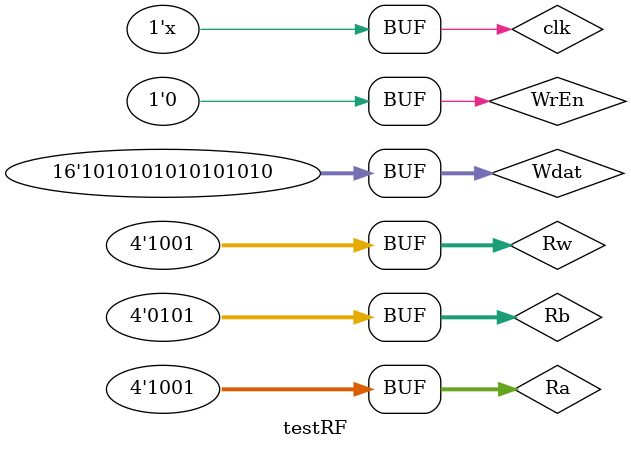
<source format=v>
`timescale 1ns / 1ps


module testRF;

	// Inputs
	reg [3:0] Ra;
	reg [3:0] Rb;
	reg [3:0] Rw;
	reg WrEn;
	reg clk;
	reg [15:0] Wdat;

	// Outputs
	wire [15:0] Adat;
	wire [15:0] Bdat;

	// Instantiate the Design Under Test (DUT)
	RF dut (
		.Ra(Ra), 
		.Rb(Rb), 
		.Rw(Rw), 
		.WrEn(WrEn), 
		.clk(clk), 
		.Wdat(Wdat), 
		.Adat(Adat), 
		.Bdat(Bdat)
	);

	always begin
	
	#100 clk = ~clk;
	
	end
	
	initial begin
	
		// Initialize Inputs
		Ra = 0;
		Rb = 0;
		Rw = 0;
		WrEn = 0;
		clk = 0;
		Wdat = 0;
				
		$monitor(   "%g clk=%b Ra=%d Rb =%d Rw=%d WrEn=%b Adat=%h Bdat=%h Wdat=%h",    $time, clk, Ra, Rb, Rw , WrEn , Adat , Bdat , Wdat);

		// Wait 200 ns for global reset to finish
		#250;
		
		Wdat = 16'hABCD;
		WrEn = 1;
		Rw = 4'd5;
		
		#100;
		Ra = 4'd5;
		WrEn =0 ;	
		
		#100;
		Wdat =  16'hE050;
		Rw = 4'd12; 
		
		#200;
		WrEn =1;
		Rb=4'd12;
		
		#200;
		Wdat =  16'h5290;
		Rw = 4'd5; 
		
		
		#200;
		Wdat =  16'h529E;
		Rw = 4'd9; 
		
		
		
		#200;
		Wdat =  16'h529E;
		Rw = 4'd12;
		Ra = 	4'd9; 
		
		
		#200;
		WrEn =0;
		Wdat =  16'hEEEE;	
		Ra = 	4'd12; 
		Rb = 	4'd5; 
		
		#200;
		WrEn =1;
		Rw = 4'd9; 
		
		#200;
		WrEn =0;
		Wdat =  16'hAAAA;	
		Ra = 	4'd9; 
		
		
		
		
		
		
			
		
        
		// Add stimulus here

	end
      
endmodule


</source>
